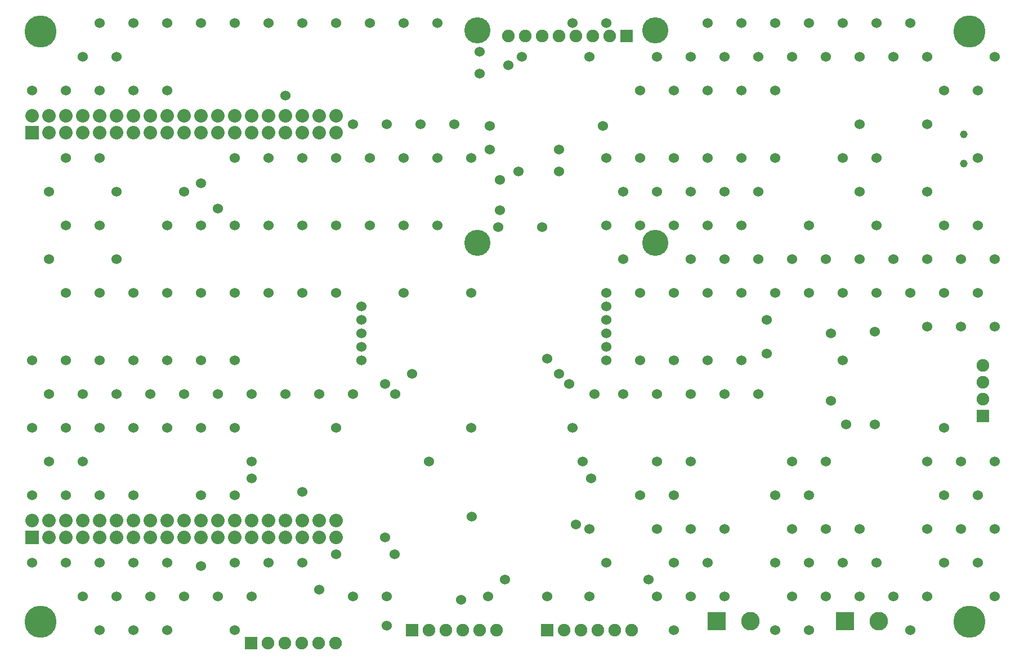
<source format=gbs>
G04*
G04 #@! TF.GenerationSoftware,Altium Limited,Altium Designer,21.9.2 (33)*
G04*
G04 Layer_Color=16711935*
%FSLAX25Y25*%
%MOIN*%
G70*
G04*
G04 #@! TF.SameCoordinates,86937909-DB1A-4A49-A316-6C6AAAB68E2C*
G04*
G04*
G04 #@! TF.FilePolarity,Negative*
G04*
G01*
G75*
%ADD28C,0.07500*%
%ADD29R,0.07500X0.07500*%
%ADD30C,0.15500*%
%ADD31C,0.04543*%
%ADD32R,0.11000X0.11000*%
%ADD33C,0.11000*%
%ADD34R,0.07500X0.07500*%
%ADD35C,0.08000*%
%ADD36R,0.08000X0.08000*%
%ADD37C,0.06000*%
%ADD38C,0.19000*%
D28*
X302000Y372500D02*
D03*
X312000D02*
D03*
X322000D02*
D03*
X332000D02*
D03*
X342000D02*
D03*
X352000D02*
D03*
X362000D02*
D03*
X583000Y157000D02*
D03*
Y167000D02*
D03*
Y177000D02*
D03*
X295000Y20000D02*
D03*
X285000D02*
D03*
X275000D02*
D03*
X265000D02*
D03*
X255000D02*
D03*
X375000D02*
D03*
X365000D02*
D03*
X355000D02*
D03*
X345000D02*
D03*
X335000D02*
D03*
X199706Y12500D02*
D03*
X189707D02*
D03*
X179707D02*
D03*
X169706D02*
D03*
X159706D02*
D03*
D29*
X372000Y372500D02*
D03*
X245000Y20000D02*
D03*
X325000D02*
D03*
X149706Y12500D02*
D03*
D30*
X283800Y375600D02*
D03*
X388918D02*
D03*
Y249616D02*
D03*
X283800D02*
D03*
D31*
X571661Y314000D02*
D03*
Y296677D02*
D03*
D32*
X501500Y25306D02*
D03*
X425340D02*
D03*
D33*
X521500D02*
D03*
X445340D02*
D03*
D34*
X583000Y147000D02*
D03*
D35*
X200000Y325000D02*
D03*
Y315000D02*
D03*
X190000Y325000D02*
D03*
Y315000D02*
D03*
X180000Y325000D02*
D03*
Y315000D02*
D03*
X170000Y325000D02*
D03*
Y315000D02*
D03*
X160000Y325000D02*
D03*
Y315000D02*
D03*
X150000Y325000D02*
D03*
Y315000D02*
D03*
X140000Y325000D02*
D03*
Y315000D02*
D03*
X130000Y325000D02*
D03*
Y315000D02*
D03*
X120000Y325000D02*
D03*
Y315000D02*
D03*
X110000Y325000D02*
D03*
Y315000D02*
D03*
X100000Y325000D02*
D03*
Y315000D02*
D03*
X90000Y325000D02*
D03*
Y315000D02*
D03*
X80000Y325000D02*
D03*
Y315000D02*
D03*
X70000Y325000D02*
D03*
Y315000D02*
D03*
X60000Y325000D02*
D03*
Y315000D02*
D03*
X50000Y325000D02*
D03*
Y315000D02*
D03*
X40000Y325000D02*
D03*
Y315000D02*
D03*
X30000Y325000D02*
D03*
Y315000D02*
D03*
X20000Y325000D02*
D03*
X200000Y85000D02*
D03*
Y75000D02*
D03*
X190000Y85000D02*
D03*
Y75000D02*
D03*
X180000Y85000D02*
D03*
Y75000D02*
D03*
X170000Y85000D02*
D03*
Y75000D02*
D03*
X160000Y85000D02*
D03*
Y75000D02*
D03*
X150000Y85000D02*
D03*
Y75000D02*
D03*
X140000Y85000D02*
D03*
Y75000D02*
D03*
X130000Y85000D02*
D03*
Y75000D02*
D03*
X120000Y85000D02*
D03*
Y75000D02*
D03*
X110000Y85000D02*
D03*
Y75000D02*
D03*
X100000Y85000D02*
D03*
Y75000D02*
D03*
X90000Y85000D02*
D03*
Y75000D02*
D03*
X80000Y85000D02*
D03*
Y75000D02*
D03*
X70000Y85000D02*
D03*
Y75000D02*
D03*
X60000Y85000D02*
D03*
Y75000D02*
D03*
X50000Y85000D02*
D03*
Y75000D02*
D03*
X40000Y85000D02*
D03*
Y75000D02*
D03*
X30000Y85000D02*
D03*
Y75000D02*
D03*
X20000Y85000D02*
D03*
D36*
Y315000D02*
D03*
Y75000D02*
D03*
D37*
X590000Y360000D02*
D03*
X580000Y340000D02*
D03*
Y300000D02*
D03*
Y260000D02*
D03*
X590000Y240000D02*
D03*
X580000Y220000D02*
D03*
X590000Y200000D02*
D03*
Y120000D02*
D03*
X580000Y100000D02*
D03*
X590000Y80000D02*
D03*
X580000Y60000D02*
D03*
X590000Y40000D02*
D03*
X560000Y340000D02*
D03*
Y260000D02*
D03*
X570000Y240000D02*
D03*
X560000Y220000D02*
D03*
X570000Y200000D02*
D03*
X560000Y140000D02*
D03*
X570000Y120000D02*
D03*
X560000Y100000D02*
D03*
X570000Y80000D02*
D03*
X560000Y60000D02*
D03*
X540000Y380000D02*
D03*
X550000Y360000D02*
D03*
Y320000D02*
D03*
Y280000D02*
D03*
Y240000D02*
D03*
X540000Y220000D02*
D03*
X550000Y200000D02*
D03*
Y120000D02*
D03*
Y80000D02*
D03*
Y40000D02*
D03*
X540000Y20000D02*
D03*
X520000Y380000D02*
D03*
X530000Y360000D02*
D03*
X520000Y300000D02*
D03*
Y260000D02*
D03*
X530000Y240000D02*
D03*
X520000Y220000D02*
D03*
Y60000D02*
D03*
X530000Y40000D02*
D03*
X500000Y380000D02*
D03*
X510000Y360000D02*
D03*
Y320000D02*
D03*
X500000Y300000D02*
D03*
X510000Y280000D02*
D03*
Y240000D02*
D03*
X500000Y220000D02*
D03*
Y180000D02*
D03*
X510000Y80000D02*
D03*
X500000Y60000D02*
D03*
X510000Y40000D02*
D03*
X480000Y380000D02*
D03*
X490000Y360000D02*
D03*
X480000Y260000D02*
D03*
X490000Y240000D02*
D03*
X480000Y220000D02*
D03*
X490000Y120000D02*
D03*
X480000Y100000D02*
D03*
X490000Y80000D02*
D03*
X480000Y60000D02*
D03*
X490000Y40000D02*
D03*
X480000Y20000D02*
D03*
X460000Y380000D02*
D03*
X470000Y360000D02*
D03*
X460000Y340000D02*
D03*
Y300000D02*
D03*
X470000Y240000D02*
D03*
X460000Y220000D02*
D03*
X470000Y120000D02*
D03*
X460000Y100000D02*
D03*
X470000Y80000D02*
D03*
X460000Y60000D02*
D03*
X470000Y40000D02*
D03*
X460000Y20000D02*
D03*
X440000Y380000D02*
D03*
X450000Y360000D02*
D03*
X440000Y340000D02*
D03*
Y300000D02*
D03*
X450000Y280000D02*
D03*
X440000Y260000D02*
D03*
X450000Y240000D02*
D03*
X440000Y220000D02*
D03*
Y180000D02*
D03*
X450000Y160000D02*
D03*
X420000Y380000D02*
D03*
X430000Y360000D02*
D03*
X420000Y340000D02*
D03*
Y300000D02*
D03*
X430000Y280000D02*
D03*
X420000Y260000D02*
D03*
X430000Y240000D02*
D03*
X420000Y220000D02*
D03*
Y180000D02*
D03*
X430000Y160000D02*
D03*
Y80000D02*
D03*
X420000Y60000D02*
D03*
X430000Y40000D02*
D03*
X410000Y360000D02*
D03*
X400000Y340000D02*
D03*
Y300000D02*
D03*
X410000Y280000D02*
D03*
X400000Y260000D02*
D03*
X410000Y240000D02*
D03*
X400000Y220000D02*
D03*
Y180000D02*
D03*
X410000Y160000D02*
D03*
Y120000D02*
D03*
X400000Y100000D02*
D03*
X410000Y80000D02*
D03*
X400000Y60000D02*
D03*
X410000Y40000D02*
D03*
X400000Y20000D02*
D03*
X390000Y360000D02*
D03*
X380000Y340000D02*
D03*
Y300000D02*
D03*
X390000Y280000D02*
D03*
X380000Y260000D02*
D03*
Y220000D02*
D03*
Y180000D02*
D03*
X390000Y160000D02*
D03*
Y120000D02*
D03*
X380000Y100000D02*
D03*
X390000Y80000D02*
D03*
Y40000D02*
D03*
X360000Y380000D02*
D03*
Y300000D02*
D03*
X370000Y280000D02*
D03*
X360000Y260000D02*
D03*
X370000Y240000D02*
D03*
X360000Y220000D02*
D03*
Y180000D02*
D03*
X370000Y160000D02*
D03*
X360000Y60000D02*
D03*
X340000Y380000D02*
D03*
X350000Y360000D02*
D03*
X340000Y140000D02*
D03*
X350000Y80000D02*
D03*
Y40000D02*
D03*
X310000Y360000D02*
D03*
X280000Y300000D02*
D03*
Y220000D02*
D03*
Y140000D02*
D03*
X290000Y40000D02*
D03*
X260000Y380000D02*
D03*
X270000Y320000D02*
D03*
X260000Y300000D02*
D03*
Y260000D02*
D03*
X240000Y380000D02*
D03*
X250000Y320000D02*
D03*
X240000Y300000D02*
D03*
Y260000D02*
D03*
Y220000D02*
D03*
X220000Y380000D02*
D03*
X230000Y320000D02*
D03*
X220000Y300000D02*
D03*
Y260000D02*
D03*
X230000Y40000D02*
D03*
X200000Y380000D02*
D03*
X210000Y320000D02*
D03*
X200000Y300000D02*
D03*
Y260000D02*
D03*
Y220000D02*
D03*
X210000Y160000D02*
D03*
X200000Y140000D02*
D03*
X210000Y40000D02*
D03*
X180000Y380000D02*
D03*
Y300000D02*
D03*
Y260000D02*
D03*
Y220000D02*
D03*
X190000Y160000D02*
D03*
X180000Y60000D02*
D03*
X160000Y380000D02*
D03*
Y300000D02*
D03*
Y260000D02*
D03*
Y220000D02*
D03*
X170000Y160000D02*
D03*
X160000Y60000D02*
D03*
X140000Y380000D02*
D03*
Y300000D02*
D03*
Y260000D02*
D03*
Y220000D02*
D03*
Y180000D02*
D03*
X150000Y160000D02*
D03*
X140000Y140000D02*
D03*
Y100000D02*
D03*
Y60000D02*
D03*
X150000Y40000D02*
D03*
X140000Y20000D02*
D03*
X120000Y380000D02*
D03*
Y260000D02*
D03*
Y220000D02*
D03*
Y180000D02*
D03*
X130000Y160000D02*
D03*
X120000Y140000D02*
D03*
Y100000D02*
D03*
X130000Y40000D02*
D03*
X100000Y380000D02*
D03*
Y340000D02*
D03*
X110000Y280000D02*
D03*
X100000Y260000D02*
D03*
Y220000D02*
D03*
Y180000D02*
D03*
X110000Y160000D02*
D03*
X100000Y140000D02*
D03*
Y60000D02*
D03*
X110000Y40000D02*
D03*
X100000Y20000D02*
D03*
X80000Y380000D02*
D03*
Y340000D02*
D03*
Y220000D02*
D03*
Y180000D02*
D03*
X90000Y160000D02*
D03*
X80000Y140000D02*
D03*
Y100000D02*
D03*
Y60000D02*
D03*
X90000Y40000D02*
D03*
X80000Y20000D02*
D03*
X60000Y380000D02*
D03*
X70000Y360000D02*
D03*
X60000Y340000D02*
D03*
Y300000D02*
D03*
X70000Y280000D02*
D03*
X60000Y260000D02*
D03*
X70000Y240000D02*
D03*
X60000Y220000D02*
D03*
Y180000D02*
D03*
X70000Y160000D02*
D03*
X60000Y140000D02*
D03*
Y100000D02*
D03*
Y60000D02*
D03*
X70000Y40000D02*
D03*
X60000Y20000D02*
D03*
X50000Y360000D02*
D03*
X40000Y340000D02*
D03*
Y300000D02*
D03*
Y260000D02*
D03*
Y220000D02*
D03*
Y180000D02*
D03*
X50000Y160000D02*
D03*
X40000Y140000D02*
D03*
X50000Y120000D02*
D03*
X40000Y100000D02*
D03*
Y60000D02*
D03*
X50000Y40000D02*
D03*
X20000Y340000D02*
D03*
X30000Y280000D02*
D03*
Y240000D02*
D03*
X20000Y180000D02*
D03*
X30000Y160000D02*
D03*
X20000Y140000D02*
D03*
X30000Y120000D02*
D03*
X20000Y100000D02*
D03*
Y60000D02*
D03*
X519161Y142000D02*
D03*
X519000Y197000D02*
D03*
X502000Y142000D02*
D03*
X322000Y259000D02*
D03*
X308000Y292000D02*
D03*
X180000Y102000D02*
D03*
X332000Y305000D02*
D03*
Y292000D02*
D03*
X297204Y269000D02*
D03*
Y287000D02*
D03*
X296000Y259000D02*
D03*
X302000Y355000D02*
D03*
X230000Y22794D02*
D03*
X493000Y156161D02*
D03*
Y196000D02*
D03*
X455000Y184000D02*
D03*
X360000Y196000D02*
D03*
Y212000D02*
D03*
X215000D02*
D03*
X455000Y203975D02*
D03*
X360000Y204000D02*
D03*
X215000D02*
D03*
X360000Y188000D02*
D03*
X215000Y196000D02*
D03*
Y188000D02*
D03*
Y180000D02*
D03*
X325000Y181000D02*
D03*
X332000Y172000D02*
D03*
X245000D02*
D03*
X338000Y166000D02*
D03*
X229000D02*
D03*
X346000Y120000D02*
D03*
X274000Y38000D02*
D03*
X280500Y87500D02*
D03*
X342000Y82610D02*
D03*
X351000Y110000D02*
D03*
X255000Y120000D02*
D03*
X150000D02*
D03*
Y110000D02*
D03*
X325000Y40000D02*
D03*
X300000Y50000D02*
D03*
X385000D02*
D03*
X190000Y44000D02*
D03*
X120000Y58000D02*
D03*
X235000Y160000D02*
D03*
X353000D02*
D03*
X234729Y65000D02*
D03*
X200000D02*
D03*
X229000Y75000D02*
D03*
X291000Y305000D02*
D03*
Y319000D02*
D03*
X358000D02*
D03*
X285000Y350000D02*
D03*
X285014Y362858D02*
D03*
X170000Y337000D02*
D03*
X130000Y270000D02*
D03*
X120000Y285000D02*
D03*
D38*
X25000Y375000D02*
D03*
X575000D02*
D03*
Y25000D02*
D03*
X25000D02*
D03*
M02*

</source>
